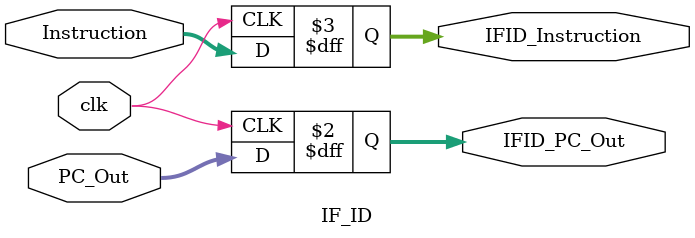
<source format=v>
`timescale 1ns / 1ps


module IF_ID(
    input clk,
    input [63:0] PC_Out,
    input [31:0] Instruction,
    output reg [63:0] IFID_PC_Out,
    output reg [31:0] IFID_Instruction
    );
always @ (posedge clk) begin
        IFID_Instruction = Instruction; 
        IFID_PC_Out = PC_Out;
    end
endmodule
</source>
